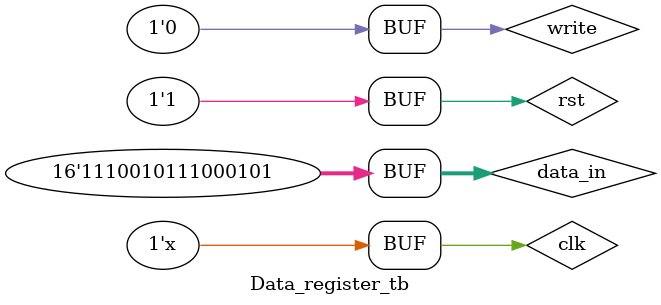
<source format=v>
module  Data_register_tb;
     reg clk,write,rst;
     reg [15:0] data_in;

     wire[15:0] data_out;

     parameter clk_period = 10;

     Data_register dr_1(clk,write,rst,data_in,data_out);
    initial begin
       clk = 0;
    end
     
     always 
       #(clk_period/2) clk = ~clk;


     initial
         begin
            rst = 0; write = 0;
            #(clk_period*5)

            data_in  =16'b0010010001000101; write = 1;
            #clk_period

            data_in  =16'b1110010111000101; write = 0;
            #clk_period

            rst = 1;
        end 
endmodule
     
</source>
